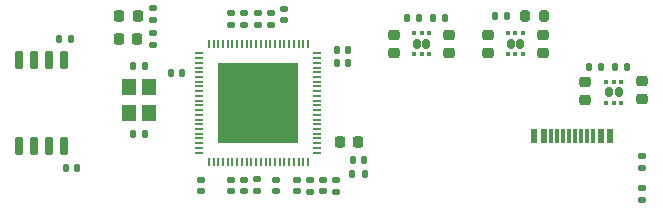
<source format=gtp>
G04 #@! TF.GenerationSoftware,KiCad,Pcbnew,7.0.6-7.0.6~ubuntu22.04.1*
G04 #@! TF.CreationDate,2023-07-20T16:44:22-04:00*
G04 #@! TF.ProjectId,f1c_linux,6631635f-6c69-46e7-9578-2e6b69636164,1*
G04 #@! TF.SameCoordinates,Original*
G04 #@! TF.FileFunction,Paste,Top*
G04 #@! TF.FilePolarity,Positive*
%FSLAX46Y46*%
G04 Gerber Fmt 4.6, Leading zero omitted, Abs format (unit mm)*
G04 Created by KiCad (PCBNEW 7.0.6-7.0.6~ubuntu22.04.1) date 2023-07-20 16:44:22*
%MOMM*%
%LPD*%
G01*
G04 APERTURE LIST*
G04 Aperture macros list*
%AMRoundRect*
0 Rectangle with rounded corners*
0 $1 Rounding radius*
0 $2 $3 $4 $5 $6 $7 $8 $9 X,Y pos of 4 corners*
0 Add a 4 corners polygon primitive as box body*
4,1,4,$2,$3,$4,$5,$6,$7,$8,$9,$2,$3,0*
0 Add four circle primitives for the rounded corners*
1,1,$1+$1,$2,$3*
1,1,$1+$1,$4,$5*
1,1,$1+$1,$6,$7*
1,1,$1+$1,$8,$9*
0 Add four rect primitives between the rounded corners*
20,1,$1+$1,$2,$3,$4,$5,0*
20,1,$1+$1,$4,$5,$6,$7,0*
20,1,$1+$1,$6,$7,$8,$9,0*
20,1,$1+$1,$8,$9,$2,$3,0*%
G04 Aperture macros list end*
%ADD10R,0.800000X0.200000*%
%ADD11R,0.200000X0.800000*%
%ADD12R,6.750000X6.750000*%
%ADD13RoundRect,0.135000X0.135000X0.185000X-0.135000X0.185000X-0.135000X-0.185000X0.135000X-0.185000X0*%
%ADD14RoundRect,0.135000X-0.185000X0.135000X-0.185000X-0.135000X0.185000X-0.135000X0.185000X0.135000X0*%
%ADD15RoundRect,0.140000X0.140000X0.170000X-0.140000X0.170000X-0.140000X-0.170000X0.140000X-0.170000X0*%
%ADD16RoundRect,0.140000X-0.170000X0.140000X-0.170000X-0.140000X0.170000X-0.140000X0.170000X0.140000X0*%
%ADD17RoundRect,0.225000X0.250000X-0.225000X0.250000X0.225000X-0.250000X0.225000X-0.250000X-0.225000X0*%
%ADD18R,1.200000X1.400000*%
%ADD19RoundRect,0.225000X0.225000X0.250000X-0.225000X0.250000X-0.225000X-0.250000X0.225000X-0.250000X0*%
%ADD20RoundRect,0.160000X-0.160000X0.245000X-0.160000X-0.245000X0.160000X-0.245000X0.160000X0.245000X0*%
%ADD21RoundRect,0.093750X-0.106250X0.093750X-0.106250X-0.093750X0.106250X-0.093750X0.106250X0.093750X0*%
%ADD22RoundRect,0.225000X-0.250000X0.225000X-0.250000X-0.225000X0.250000X-0.225000X0.250000X0.225000X0*%
%ADD23RoundRect,0.218750X-0.218750X-0.256250X0.218750X-0.256250X0.218750X0.256250X-0.218750X0.256250X0*%
%ADD24RoundRect,0.150000X-0.150000X0.650000X-0.150000X-0.650000X0.150000X-0.650000X0.150000X0.650000X0*%
%ADD25RoundRect,0.135000X0.185000X-0.135000X0.185000X0.135000X-0.185000X0.135000X-0.185000X-0.135000X0*%
%ADD26RoundRect,0.200000X0.200000X0.275000X-0.200000X0.275000X-0.200000X-0.275000X0.200000X-0.275000X0*%
%ADD27RoundRect,0.140000X-0.140000X-0.170000X0.140000X-0.170000X0.140000X0.170000X-0.140000X0.170000X0*%
%ADD28RoundRect,0.140000X0.170000X-0.140000X0.170000X0.140000X-0.170000X0.140000X-0.170000X-0.140000X0*%
%ADD29R,0.600000X1.240000*%
%ADD30R,0.300000X1.240000*%
%ADD31RoundRect,0.135000X-0.135000X-0.185000X0.135000X-0.185000X0.135000X0.185000X-0.135000X0.185000X0*%
G04 APERTURE END LIST*
D10*
X91637500Y-62200000D03*
X91637500Y-61800000D03*
X91637500Y-61400000D03*
X91637500Y-61000000D03*
X91637500Y-60600000D03*
X91637500Y-60200000D03*
X91637500Y-59800000D03*
X91637500Y-59400000D03*
X91637500Y-59000000D03*
X91637500Y-58600000D03*
X91637500Y-58200000D03*
X91637500Y-57800000D03*
X91637500Y-57400000D03*
X91637500Y-57000000D03*
X91637500Y-56600000D03*
X91637500Y-56200000D03*
X91637500Y-55800000D03*
X91637500Y-55400000D03*
X91637500Y-55000000D03*
X91637500Y-54600000D03*
X91637500Y-54200000D03*
X91637500Y-53800000D03*
D11*
X90837500Y-53000000D03*
X90437500Y-53000000D03*
X90037500Y-53000000D03*
X89637500Y-53000000D03*
X89237500Y-53000000D03*
X88837500Y-53000000D03*
X88437500Y-53000000D03*
X88037500Y-53000000D03*
X87637500Y-53000000D03*
X87237500Y-53000000D03*
X86837500Y-53000000D03*
X86437500Y-53000000D03*
X86037500Y-53000000D03*
X85637500Y-53000000D03*
X85237500Y-53000000D03*
X84837500Y-53000000D03*
X84437500Y-53000000D03*
X84037500Y-53000000D03*
X83637500Y-53000000D03*
X83237500Y-53000000D03*
X82837500Y-53000000D03*
X82437500Y-53000000D03*
D10*
X81637500Y-53800000D03*
X81637500Y-54200000D03*
X81637500Y-54600000D03*
X81637500Y-55000000D03*
X81637500Y-55400000D03*
X81637500Y-55800000D03*
X81637500Y-56200000D03*
X81637500Y-56600000D03*
X81637500Y-57000000D03*
X81637500Y-57400000D03*
X81637500Y-57800000D03*
X81637500Y-58200000D03*
X81637500Y-58600000D03*
X81637500Y-59000000D03*
X81637500Y-59400000D03*
X81637500Y-59800000D03*
X81637500Y-60200000D03*
X81637500Y-60600000D03*
X81637500Y-61000000D03*
X81637500Y-61400000D03*
X81637500Y-61800000D03*
X81637500Y-62200000D03*
D11*
X82437500Y-63000000D03*
X82837500Y-63000000D03*
X83237500Y-63000000D03*
X83637500Y-63000000D03*
X84037500Y-63000000D03*
X84437500Y-63000000D03*
X84837500Y-63000000D03*
X85237500Y-63000000D03*
X85637500Y-63000000D03*
X86037500Y-63000000D03*
X86437500Y-63000000D03*
X86837500Y-63000000D03*
X87237500Y-63000000D03*
X87637500Y-63000000D03*
X88037500Y-63000000D03*
X88437500Y-63000000D03*
X88837500Y-63000000D03*
X89237500Y-63000000D03*
X89637500Y-63000000D03*
X90037500Y-63000000D03*
X90437500Y-63000000D03*
X90837500Y-63000000D03*
D12*
X86637500Y-58000000D03*
D13*
X95620000Y-64000000D03*
X94600000Y-64000000D03*
D14*
X91000000Y-64490000D03*
X91000000Y-65510000D03*
X93200000Y-64490000D03*
X93200000Y-65510000D03*
D15*
X95580000Y-62800000D03*
X94620000Y-62800000D03*
D16*
X89900000Y-64520000D03*
X89900000Y-65480000D03*
X92100000Y-64500000D03*
X92100000Y-65460000D03*
X81800000Y-64500000D03*
X81800000Y-65460000D03*
D17*
X98100000Y-53762500D03*
X98100000Y-52212500D03*
D13*
X100210000Y-50787500D03*
X99190000Y-50787500D03*
D18*
X75662500Y-56650000D03*
X75662500Y-58850000D03*
X77362500Y-58850000D03*
X77362500Y-56650000D03*
D19*
X95062500Y-61300000D03*
X93512500Y-61300000D03*
D20*
X108800000Y-52987500D03*
X108000000Y-52987500D03*
D21*
X109050000Y-52100000D03*
X108400000Y-52100000D03*
X107750000Y-52100000D03*
X107750000Y-53875000D03*
X108400000Y-53875000D03*
X109050000Y-53875000D03*
D13*
X117810000Y-54950000D03*
X116790000Y-54950000D03*
D22*
X119100000Y-56125000D03*
X119100000Y-57675000D03*
D23*
X74825000Y-50600000D03*
X76400000Y-50600000D03*
D20*
X117125000Y-57100000D03*
X116325000Y-57100000D03*
D21*
X117375000Y-56212500D03*
X116725000Y-56212500D03*
X116075000Y-56212500D03*
X116075000Y-57987500D03*
X116725000Y-57987500D03*
X117375000Y-57987500D03*
D17*
X106100000Y-53787500D03*
X106100000Y-52237500D03*
D13*
X107710000Y-50600000D03*
X106690000Y-50600000D03*
D24*
X70205000Y-54400000D03*
X68935000Y-54400000D03*
X67665000Y-54400000D03*
X66395000Y-54400000D03*
X66395000Y-61600000D03*
X67665000Y-61600000D03*
X68935000Y-61600000D03*
X70205000Y-61600000D03*
D15*
X71280000Y-63500000D03*
X70320000Y-63500000D03*
D25*
X84300000Y-51400000D03*
X84300000Y-50380000D03*
D15*
X94242500Y-53500000D03*
X93282500Y-53500000D03*
D14*
X119100000Y-62490000D03*
X119100000Y-63510000D03*
D25*
X77700000Y-51010000D03*
X77700000Y-49990000D03*
D14*
X87700000Y-50380000D03*
X87700000Y-51400000D03*
D26*
X110825000Y-50600000D03*
X109175000Y-50600000D03*
D27*
X79202500Y-55500000D03*
X80162500Y-55500000D03*
D28*
X85400000Y-51370000D03*
X85400000Y-50410000D03*
D27*
X76032500Y-54900000D03*
X76992500Y-54900000D03*
D28*
X86562500Y-51370000D03*
X86562500Y-50410000D03*
D14*
X86512500Y-64470000D03*
X86512500Y-65490000D03*
D20*
X100850000Y-52987500D03*
X100050000Y-52987500D03*
D21*
X101100000Y-52100000D03*
X100450000Y-52100000D03*
X99800000Y-52100000D03*
X99800000Y-53875000D03*
X100450000Y-53875000D03*
X101100000Y-53875000D03*
D16*
X85400000Y-64500000D03*
X85400000Y-65460000D03*
D13*
X102410000Y-50800000D03*
X101390000Y-50800000D03*
D22*
X102800000Y-52212500D03*
X102800000Y-53762500D03*
D29*
X110000000Y-60810000D03*
X110800000Y-60810000D03*
D30*
X111950000Y-60810000D03*
X112950000Y-60810000D03*
X113450000Y-60810000D03*
X114450000Y-60810000D03*
D29*
X115600000Y-60810000D03*
X116400000Y-60810000D03*
X116400000Y-60810000D03*
X115600000Y-60810000D03*
D30*
X114950000Y-60810000D03*
X113950000Y-60810000D03*
X112450000Y-60810000D03*
X111450000Y-60810000D03*
D29*
X110800000Y-60810000D03*
X110000000Y-60810000D03*
D17*
X114300000Y-57775000D03*
X114300000Y-56225000D03*
D15*
X76992500Y-60600000D03*
X76032500Y-60600000D03*
D25*
X77700000Y-53110000D03*
X77700000Y-52090000D03*
D22*
X110700000Y-52212500D03*
X110700000Y-53762500D03*
D25*
X119100000Y-66200000D03*
X119100000Y-65180000D03*
D31*
X69745000Y-52600000D03*
X70765000Y-52600000D03*
D16*
X88100000Y-64500000D03*
X88100000Y-65460000D03*
D28*
X88800000Y-50980000D03*
X88800000Y-50020000D03*
D13*
X115610000Y-54950000D03*
X114590000Y-54950000D03*
D15*
X94242500Y-54600000D03*
X93282500Y-54600000D03*
D16*
X84300000Y-64500000D03*
X84300000Y-65460000D03*
D23*
X74812500Y-52600000D03*
X76387500Y-52600000D03*
M02*

</source>
